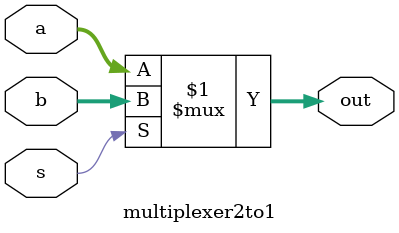
<source format=v>
module multiplexer2to1(s,a,b,out);
parameter w=4;
input s;
input [w-1:0] a, b;
output [w-1:0] out;
assign out = s?b:a;
endmodule 
</source>
